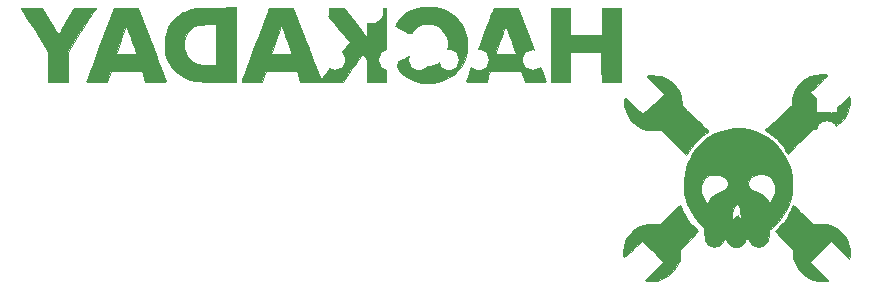
<source format=gbo>
G04 #@! TF.GenerationSoftware,KiCad,Pcbnew,5.1.6-c6e7f7d~87~ubuntu20.04.1*
G04 #@! TF.CreationDate,2020-07-30T22:17:07+05:30*
G04 #@! TF.ProjectId,tiny_blinky,74696e79-5f62-46c6-996e-6b792e6b6963,rev1*
G04 #@! TF.SameCoordinates,Original*
G04 #@! TF.FileFunction,Legend,Bot*
G04 #@! TF.FilePolarity,Positive*
%FSLAX46Y46*%
G04 Gerber Fmt 4.6, Leading zero omitted, Abs format (unit mm)*
G04 Created by KiCad (PCBNEW 5.1.6-c6e7f7d~87~ubuntu20.04.1) date 2020-07-30 22:17:07*
%MOMM*%
%LPD*%
G01*
G04 APERTURE LIST*
%ADD10C,0.010000*%
%ADD11C,2.100000*%
%ADD12R,1.700000X1.700000*%
%ADD13C,1.700000*%
%ADD14C,6.500000*%
%ADD15C,0.900000*%
%ADD16R,1.800000X1.800000*%
%ADD17O,1.800000X1.800000*%
%ADD18O,1.700000X1.700000*%
G04 APERTURE END LIST*
D10*
G36*
X44852980Y-41374793D02*
G01*
X44671513Y-41679688D01*
X44505887Y-41952192D01*
X44363222Y-42181056D01*
X44250638Y-42355030D01*
X44175253Y-42462865D01*
X44144735Y-42493912D01*
X44110556Y-42445624D01*
X44032985Y-42321237D01*
X43919216Y-42132762D01*
X43776441Y-41892213D01*
X43611852Y-41611601D01*
X43461425Y-41352718D01*
X42813832Y-40233600D01*
X41904716Y-40233600D01*
X41613505Y-40234853D01*
X41360948Y-40238335D01*
X41163122Y-40243627D01*
X41036102Y-40250308D01*
X40995600Y-40257286D01*
X41021879Y-40303837D01*
X41097010Y-40427288D01*
X41215436Y-40618737D01*
X41371598Y-40869284D01*
X41559940Y-41170025D01*
X41774903Y-41512059D01*
X42010930Y-41886483D01*
X42164000Y-42128764D01*
X43332400Y-43976556D01*
X43332400Y-46532800D01*
X44958000Y-46532800D01*
X44958218Y-45275500D01*
X44958435Y-44018200D01*
X46038532Y-42316400D01*
X46280826Y-41934513D01*
X46510133Y-41572850D01*
X46719792Y-41241935D01*
X46903143Y-40952290D01*
X47053525Y-40714439D01*
X47164276Y-40538907D01*
X47228736Y-40436217D01*
X47236258Y-40424100D01*
X47353887Y-40233600D01*
X45525507Y-40233600D01*
X44852980Y-41374793D01*
G37*
X44852980Y-41374793D02*
X44671513Y-41679688D01*
X44505887Y-41952192D01*
X44363222Y-42181056D01*
X44250638Y-42355030D01*
X44175253Y-42462865D01*
X44144735Y-42493912D01*
X44110556Y-42445624D01*
X44032985Y-42321237D01*
X43919216Y-42132762D01*
X43776441Y-41892213D01*
X43611852Y-41611601D01*
X43461425Y-41352718D01*
X42813832Y-40233600D01*
X41904716Y-40233600D01*
X41613505Y-40234853D01*
X41360948Y-40238335D01*
X41163122Y-40243627D01*
X41036102Y-40250308D01*
X40995600Y-40257286D01*
X41021879Y-40303837D01*
X41097010Y-40427288D01*
X41215436Y-40618737D01*
X41371598Y-40869284D01*
X41559940Y-41170025D01*
X41774903Y-41512059D01*
X42010930Y-41886483D01*
X42164000Y-42128764D01*
X43332400Y-43976556D01*
X43332400Y-46532800D01*
X44958000Y-46532800D01*
X44958218Y-45275500D01*
X44958435Y-44018200D01*
X46038532Y-42316400D01*
X46280826Y-41934513D01*
X46510133Y-41572850D01*
X46719792Y-41241935D01*
X46903143Y-40952290D01*
X47053525Y-40714439D01*
X47164276Y-40538907D01*
X47228736Y-40436217D01*
X47236258Y-40424100D01*
X47353887Y-40233600D01*
X45525507Y-40233600D01*
X44852980Y-41374793D01*
G36*
X47727311Y-43319700D02*
G01*
X47526168Y-43853893D01*
X47335401Y-44360709D01*
X47158062Y-44832032D01*
X46997201Y-45259743D01*
X46855870Y-45635726D01*
X46737119Y-45951864D01*
X46643998Y-46200039D01*
X46579560Y-46372135D01*
X46546854Y-46460034D01*
X46543505Y-46469300D01*
X46557826Y-46493237D01*
X46626587Y-46510742D01*
X46760540Y-46522605D01*
X46970435Y-46529619D01*
X47267022Y-46532575D01*
X47405668Y-46532800D01*
X48289405Y-46532800D01*
X48596765Y-45593000D01*
X51225236Y-45593000D01*
X51532596Y-46532800D01*
X52416333Y-46532800D01*
X52748743Y-46531193D01*
X52990352Y-46525846D01*
X53151916Y-46515964D01*
X53244191Y-46500754D01*
X53277934Y-46479424D01*
X53277559Y-46469300D01*
X53256230Y-46411876D01*
X53202229Y-46267460D01*
X53118603Y-46044173D01*
X53008396Y-45750138D01*
X52874655Y-45393477D01*
X52720426Y-44982312D01*
X52548754Y-44524766D01*
X52425374Y-44196000D01*
X50797486Y-44196000D01*
X49026388Y-44196000D01*
X49193874Y-43726100D01*
X49272021Y-43505391D01*
X49372183Y-43220371D01*
X49483245Y-42902774D01*
X49594095Y-42584335D01*
X49631446Y-42476649D01*
X49734721Y-42188666D01*
X49821215Y-41967885D01*
X49887180Y-41822980D01*
X49928868Y-41762626D01*
X49938757Y-41765449D01*
X49965633Y-41832057D01*
X50019807Y-41979798D01*
X50095927Y-42193592D01*
X50188644Y-42458360D01*
X50292608Y-42759021D01*
X50332462Y-42875200D01*
X50440760Y-43190720D01*
X50540974Y-43481093D01*
X50627395Y-43729904D01*
X50694314Y-43920735D01*
X50736022Y-44037169D01*
X50743215Y-44056300D01*
X50797486Y-44196000D01*
X52425374Y-44196000D01*
X52362685Y-44028959D01*
X52165266Y-43503016D01*
X52096446Y-43319700D01*
X50937845Y-40233600D01*
X48889544Y-40233600D01*
X47727311Y-43319700D01*
G37*
X47727311Y-43319700D02*
X47526168Y-43853893D01*
X47335401Y-44360709D01*
X47158062Y-44832032D01*
X46997201Y-45259743D01*
X46855870Y-45635726D01*
X46737119Y-45951864D01*
X46643998Y-46200039D01*
X46579560Y-46372135D01*
X46546854Y-46460034D01*
X46543505Y-46469300D01*
X46557826Y-46493237D01*
X46626587Y-46510742D01*
X46760540Y-46522605D01*
X46970435Y-46529619D01*
X47267022Y-46532575D01*
X47405668Y-46532800D01*
X48289405Y-46532800D01*
X48596765Y-45593000D01*
X51225236Y-45593000D01*
X51532596Y-46532800D01*
X52416333Y-46532800D01*
X52748743Y-46531193D01*
X52990352Y-46525846D01*
X53151916Y-46515964D01*
X53244191Y-46500754D01*
X53277934Y-46479424D01*
X53277559Y-46469300D01*
X53256230Y-46411876D01*
X53202229Y-46267460D01*
X53118603Y-46044173D01*
X53008396Y-45750138D01*
X52874655Y-45393477D01*
X52720426Y-44982312D01*
X52548754Y-44524766D01*
X52425374Y-44196000D01*
X50797486Y-44196000D01*
X49026388Y-44196000D01*
X49193874Y-43726100D01*
X49272021Y-43505391D01*
X49372183Y-43220371D01*
X49483245Y-42902774D01*
X49594095Y-42584335D01*
X49631446Y-42476649D01*
X49734721Y-42188666D01*
X49821215Y-41967885D01*
X49887180Y-41822980D01*
X49928868Y-41762626D01*
X49938757Y-41765449D01*
X49965633Y-41832057D01*
X50019807Y-41979798D01*
X50095927Y-42193592D01*
X50188644Y-42458360D01*
X50292608Y-42759021D01*
X50332462Y-42875200D01*
X50440760Y-43190720D01*
X50540974Y-43481093D01*
X50627395Y-43729904D01*
X50694314Y-43920735D01*
X50736022Y-44037169D01*
X50743215Y-44056300D01*
X50797486Y-44196000D01*
X52425374Y-44196000D01*
X52362685Y-44028959D01*
X52165266Y-43503016D01*
X52096446Y-43319700D01*
X50937845Y-40233600D01*
X48889544Y-40233600D01*
X47727311Y-43319700D01*
G36*
X57492900Y-40246145D02*
G01*
X56991455Y-40252965D01*
X56578195Y-40261155D01*
X56239708Y-40272687D01*
X55962581Y-40289533D01*
X55733401Y-40313667D01*
X55538756Y-40347062D01*
X55365233Y-40391689D01*
X55199420Y-40449522D01*
X55027903Y-40522533D01*
X54837270Y-40612696D01*
X54766751Y-40647103D01*
X54326710Y-40912794D01*
X53945667Y-41245349D01*
X53637927Y-41630688D01*
X53477851Y-41915646D01*
X53340178Y-42234285D01*
X53247615Y-42525839D01*
X53193091Y-42824906D01*
X53169536Y-43166084D01*
X53167546Y-43434000D01*
X53174593Y-43726319D01*
X53192968Y-43953270D01*
X53227709Y-44150887D01*
X53283858Y-44355206D01*
X53306091Y-44424600D01*
X53518897Y-44928304D01*
X53805334Y-45362477D01*
X54167999Y-45730107D01*
X54609492Y-46034183D01*
X54787800Y-46128457D01*
X54982288Y-46222504D01*
X55154776Y-46299173D01*
X55318577Y-46360394D01*
X55487004Y-46408094D01*
X55673368Y-46444201D01*
X55890981Y-46470644D01*
X56153156Y-46489350D01*
X56473203Y-46502248D01*
X56864435Y-46511266D01*
X57340165Y-46518331D01*
X57492900Y-46520254D01*
X59182000Y-46541116D01*
X59182000Y-45121473D01*
X57556400Y-45121473D01*
X56807100Y-45100549D01*
X56499046Y-45089976D01*
X56270750Y-45076115D01*
X56100374Y-45055993D01*
X55966077Y-45026640D01*
X55846018Y-44985083D01*
X55792941Y-44962548D01*
X55540631Y-44810256D01*
X55294127Y-44590793D01*
X55084239Y-44335468D01*
X54957772Y-44113935D01*
X54900851Y-43940721D01*
X54853315Y-43717062D01*
X54827508Y-43512285D01*
X54838562Y-43081273D01*
X54935858Y-42688300D01*
X55114236Y-42343165D01*
X55368533Y-42055666D01*
X55693589Y-41835605D01*
X55716707Y-41824034D01*
X55835149Y-41768829D01*
X55943171Y-41729421D01*
X56062114Y-41702591D01*
X56213315Y-41685119D01*
X56418115Y-41673786D01*
X56697853Y-41665371D01*
X56781700Y-41663353D01*
X57556400Y-41645143D01*
X57556400Y-45121473D01*
X59182000Y-45121473D01*
X59182000Y-40225283D01*
X57492900Y-40246145D01*
G37*
X57492900Y-40246145D02*
X56991455Y-40252965D01*
X56578195Y-40261155D01*
X56239708Y-40272687D01*
X55962581Y-40289533D01*
X55733401Y-40313667D01*
X55538756Y-40347062D01*
X55365233Y-40391689D01*
X55199420Y-40449522D01*
X55027903Y-40522533D01*
X54837270Y-40612696D01*
X54766751Y-40647103D01*
X54326710Y-40912794D01*
X53945667Y-41245349D01*
X53637927Y-41630688D01*
X53477851Y-41915646D01*
X53340178Y-42234285D01*
X53247615Y-42525839D01*
X53193091Y-42824906D01*
X53169536Y-43166084D01*
X53167546Y-43434000D01*
X53174593Y-43726319D01*
X53192968Y-43953270D01*
X53227709Y-44150887D01*
X53283858Y-44355206D01*
X53306091Y-44424600D01*
X53518897Y-44928304D01*
X53805334Y-45362477D01*
X54167999Y-45730107D01*
X54609492Y-46034183D01*
X54787800Y-46128457D01*
X54982288Y-46222504D01*
X55154776Y-46299173D01*
X55318577Y-46360394D01*
X55487004Y-46408094D01*
X55673368Y-46444201D01*
X55890981Y-46470644D01*
X56153156Y-46489350D01*
X56473203Y-46502248D01*
X56864435Y-46511266D01*
X57340165Y-46518331D01*
X57492900Y-46520254D01*
X59182000Y-46541116D01*
X59182000Y-45121473D01*
X57556400Y-45121473D01*
X56807100Y-45100549D01*
X56499046Y-45089976D01*
X56270750Y-45076115D01*
X56100374Y-45055993D01*
X55966077Y-45026640D01*
X55846018Y-44985083D01*
X55792941Y-44962548D01*
X55540631Y-44810256D01*
X55294127Y-44590793D01*
X55084239Y-44335468D01*
X54957772Y-44113935D01*
X54900851Y-43940721D01*
X54853315Y-43717062D01*
X54827508Y-43512285D01*
X54838562Y-43081273D01*
X54935858Y-42688300D01*
X55114236Y-42343165D01*
X55368533Y-42055666D01*
X55693589Y-41835605D01*
X55716707Y-41824034D01*
X55835149Y-41768829D01*
X55943171Y-41729421D01*
X56062114Y-41702591D01*
X56213315Y-41685119D01*
X56418115Y-41673786D01*
X56697853Y-41665371D01*
X56781700Y-41663353D01*
X57556400Y-41645143D01*
X57556400Y-45121473D01*
X59182000Y-45121473D01*
X59182000Y-40225283D01*
X57492900Y-40246145D01*
G36*
X70307200Y-42791134D02*
G01*
X69354700Y-41514477D01*
X68402200Y-40237819D01*
X67390045Y-40235709D01*
X66377890Y-40233600D01*
X66480395Y-40347900D01*
X66536338Y-40413216D01*
X66648752Y-40546906D01*
X66809364Y-40739045D01*
X67009901Y-40979707D01*
X67242090Y-41258966D01*
X67497657Y-41566898D01*
X67707605Y-41820237D01*
X68832309Y-43178274D01*
X67626655Y-44751457D01*
X67359648Y-45099085D01*
X67111879Y-45420182D01*
X66890129Y-45706068D01*
X66701181Y-45948068D01*
X66551817Y-46137502D01*
X66448818Y-46265694D01*
X66398968Y-46323965D01*
X66395600Y-46326592D01*
X66373841Y-46280670D01*
X66319611Y-46147517D01*
X66235965Y-45935089D01*
X66125955Y-45651342D01*
X65992632Y-45304232D01*
X65839051Y-44901717D01*
X65668263Y-44451753D01*
X65558155Y-44160346D01*
X63906400Y-44160346D01*
X63858345Y-44172019D01*
X63725148Y-44182089D01*
X63523262Y-44189879D01*
X63269143Y-44194714D01*
X63038567Y-44196000D01*
X62755945Y-44193705D01*
X62513805Y-44187346D01*
X62328173Y-44177704D01*
X62215079Y-44165564D01*
X62187667Y-44154397D01*
X62208302Y-44096595D01*
X62257237Y-43956407D01*
X62329729Y-43747522D01*
X62421031Y-43483629D01*
X62526400Y-43178417D01*
X62605855Y-42947897D01*
X62718951Y-42621942D01*
X62822523Y-42327938D01*
X62911629Y-42079559D01*
X62981322Y-41890479D01*
X63026659Y-41774370D01*
X63041229Y-41743866D01*
X63063696Y-41781384D01*
X63113482Y-41899725D01*
X63185095Y-42083554D01*
X63273045Y-42317537D01*
X63371843Y-42586339D01*
X63475997Y-42874625D01*
X63580018Y-43167061D01*
X63678416Y-43448312D01*
X63765700Y-43703044D01*
X63836380Y-43915923D01*
X63884966Y-44071613D01*
X63905967Y-44154780D01*
X63906400Y-44160346D01*
X65558155Y-44160346D01*
X65483321Y-43962295D01*
X65287277Y-43441300D01*
X65227200Y-43281227D01*
X64084200Y-40233912D01*
X62034100Y-40233600D01*
X61934141Y-40500300D01*
X61898201Y-40595804D01*
X61829855Y-40777052D01*
X61732612Y-41034744D01*
X61609982Y-41359584D01*
X61465477Y-41742276D01*
X61302608Y-42173521D01*
X61124884Y-42644024D01*
X60935815Y-43144486D01*
X60762091Y-43604274D01*
X60569265Y-44115349D01*
X60387572Y-44598400D01*
X60220137Y-45045016D01*
X60070087Y-45446787D01*
X59940547Y-45795304D01*
X59834646Y-46082156D01*
X59755507Y-46298933D01*
X59706258Y-46437226D01*
X59690000Y-46488373D01*
X59738561Y-46504064D01*
X59875428Y-46515468D01*
X60087377Y-46522086D01*
X60361184Y-46523418D01*
X60560647Y-46521299D01*
X61431293Y-46507400D01*
X61589347Y-46050200D01*
X61747400Y-45593000D01*
X63051029Y-45579451D01*
X64354657Y-45565902D01*
X64676779Y-46532800D01*
X68253927Y-46532800D01*
X69064664Y-45364877D01*
X69275879Y-45062628D01*
X69468886Y-44790296D01*
X69636044Y-44558352D01*
X69769716Y-44377267D01*
X69862259Y-44257511D01*
X69906037Y-44209556D01*
X69907863Y-44209177D01*
X69955708Y-44252062D01*
X70045125Y-44349899D01*
X70123763Y-44442106D01*
X70307200Y-44662812D01*
X70307200Y-46532800D01*
X71932800Y-46532800D01*
X71932800Y-40233600D01*
X70307200Y-40233600D01*
X70307200Y-42791134D01*
G37*
X70307200Y-42791134D02*
X69354700Y-41514477D01*
X68402200Y-40237819D01*
X67390045Y-40235709D01*
X66377890Y-40233600D01*
X66480395Y-40347900D01*
X66536338Y-40413216D01*
X66648752Y-40546906D01*
X66809364Y-40739045D01*
X67009901Y-40979707D01*
X67242090Y-41258966D01*
X67497657Y-41566898D01*
X67707605Y-41820237D01*
X68832309Y-43178274D01*
X67626655Y-44751457D01*
X67359648Y-45099085D01*
X67111879Y-45420182D01*
X66890129Y-45706068D01*
X66701181Y-45948068D01*
X66551817Y-46137502D01*
X66448818Y-46265694D01*
X66398968Y-46323965D01*
X66395600Y-46326592D01*
X66373841Y-46280670D01*
X66319611Y-46147517D01*
X66235965Y-45935089D01*
X66125955Y-45651342D01*
X65992632Y-45304232D01*
X65839051Y-44901717D01*
X65668263Y-44451753D01*
X65558155Y-44160346D01*
X63906400Y-44160346D01*
X63858345Y-44172019D01*
X63725148Y-44182089D01*
X63523262Y-44189879D01*
X63269143Y-44194714D01*
X63038567Y-44196000D01*
X62755945Y-44193705D01*
X62513805Y-44187346D01*
X62328173Y-44177704D01*
X62215079Y-44165564D01*
X62187667Y-44154397D01*
X62208302Y-44096595D01*
X62257237Y-43956407D01*
X62329729Y-43747522D01*
X62421031Y-43483629D01*
X62526400Y-43178417D01*
X62605855Y-42947897D01*
X62718951Y-42621942D01*
X62822523Y-42327938D01*
X62911629Y-42079559D01*
X62981322Y-41890479D01*
X63026659Y-41774370D01*
X63041229Y-41743866D01*
X63063696Y-41781384D01*
X63113482Y-41899725D01*
X63185095Y-42083554D01*
X63273045Y-42317537D01*
X63371843Y-42586339D01*
X63475997Y-42874625D01*
X63580018Y-43167061D01*
X63678416Y-43448312D01*
X63765700Y-43703044D01*
X63836380Y-43915923D01*
X63884966Y-44071613D01*
X63905967Y-44154780D01*
X63906400Y-44160346D01*
X65558155Y-44160346D01*
X65483321Y-43962295D01*
X65287277Y-43441300D01*
X65227200Y-43281227D01*
X64084200Y-40233912D01*
X62034100Y-40233600D01*
X61934141Y-40500300D01*
X61898201Y-40595804D01*
X61829855Y-40777052D01*
X61732612Y-41034744D01*
X61609982Y-41359584D01*
X61465477Y-41742276D01*
X61302608Y-42173521D01*
X61124884Y-42644024D01*
X60935815Y-43144486D01*
X60762091Y-43604274D01*
X60569265Y-44115349D01*
X60387572Y-44598400D01*
X60220137Y-45045016D01*
X60070087Y-45446787D01*
X59940547Y-45795304D01*
X59834646Y-46082156D01*
X59755507Y-46298933D01*
X59706258Y-46437226D01*
X59690000Y-46488373D01*
X59738561Y-46504064D01*
X59875428Y-46515468D01*
X60087377Y-46522086D01*
X60361184Y-46523418D01*
X60560647Y-46521299D01*
X61431293Y-46507400D01*
X61589347Y-46050200D01*
X61747400Y-45593000D01*
X63051029Y-45579451D01*
X64354657Y-45565902D01*
X64676779Y-46532800D01*
X68253927Y-46532800D01*
X69064664Y-45364877D01*
X69275879Y-45062628D01*
X69468886Y-44790296D01*
X69636044Y-44558352D01*
X69769716Y-44377267D01*
X69862259Y-44257511D01*
X69906037Y-44209556D01*
X69907863Y-44209177D01*
X69955708Y-44252062D01*
X70045125Y-44349899D01*
X70123763Y-44442106D01*
X70307200Y-44662812D01*
X70307200Y-46532800D01*
X71932800Y-46532800D01*
X71932800Y-40233600D01*
X70307200Y-40233600D01*
X70307200Y-42791134D01*
G36*
X80933341Y-40500300D02*
G01*
X80897401Y-40595804D01*
X80829055Y-40777052D01*
X80731812Y-41034744D01*
X80609182Y-41359584D01*
X80464677Y-41742276D01*
X80301808Y-42173521D01*
X80124084Y-42644024D01*
X79935015Y-43144486D01*
X79761291Y-43604274D01*
X79568465Y-44115349D01*
X79386772Y-44598400D01*
X79219337Y-45045016D01*
X79069287Y-45446787D01*
X78939747Y-45795304D01*
X78833846Y-46082156D01*
X78754707Y-46298933D01*
X78705458Y-46437226D01*
X78689200Y-46488373D01*
X78737761Y-46504064D01*
X78874628Y-46515468D01*
X79086577Y-46522086D01*
X79360384Y-46523418D01*
X79559847Y-46521299D01*
X80430493Y-46507400D01*
X80588547Y-46050200D01*
X80746600Y-45593000D01*
X82050229Y-45579451D01*
X83353857Y-45565902D01*
X83675979Y-46532800D01*
X84565023Y-46532800D01*
X84851326Y-46530413D01*
X85097376Y-46523791D01*
X85287326Y-46513738D01*
X85405331Y-46501059D01*
X85437134Y-46488501D01*
X85416767Y-46434496D01*
X85363643Y-46293428D01*
X85280781Y-46073322D01*
X85171204Y-45782206D01*
X85037932Y-45428108D01*
X84883987Y-45019054D01*
X84712390Y-44563072D01*
X84560841Y-44160346D01*
X82905600Y-44160346D01*
X82857545Y-44172019D01*
X82724348Y-44182089D01*
X82522462Y-44189879D01*
X82268343Y-44194714D01*
X82037767Y-44196000D01*
X81755145Y-44193705D01*
X81513005Y-44187346D01*
X81327373Y-44177704D01*
X81214279Y-44165564D01*
X81186867Y-44154397D01*
X81207502Y-44096595D01*
X81256437Y-43956407D01*
X81328929Y-43747522D01*
X81420231Y-43483629D01*
X81525600Y-43178417D01*
X81605055Y-42947897D01*
X81718151Y-42621942D01*
X81821723Y-42327938D01*
X81910829Y-42079559D01*
X81980522Y-41890479D01*
X82025859Y-41774370D01*
X82040429Y-41743866D01*
X82062896Y-41781384D01*
X82112682Y-41899725D01*
X82184295Y-42083554D01*
X82272245Y-42317537D01*
X82371043Y-42586339D01*
X82475197Y-42874625D01*
X82579218Y-43167061D01*
X82677616Y-43448312D01*
X82764900Y-43703044D01*
X82835580Y-43915923D01*
X82884166Y-44071613D01*
X82905167Y-44154780D01*
X82905600Y-44160346D01*
X84560841Y-44160346D01*
X84526161Y-44068190D01*
X84328323Y-43542434D01*
X84251800Y-43339069D01*
X83083400Y-40233936D01*
X81033300Y-40233600D01*
X80933341Y-40500300D01*
G37*
X80933341Y-40500300D02*
X80897401Y-40595804D01*
X80829055Y-40777052D01*
X80731812Y-41034744D01*
X80609182Y-41359584D01*
X80464677Y-41742276D01*
X80301808Y-42173521D01*
X80124084Y-42644024D01*
X79935015Y-43144486D01*
X79761291Y-43604274D01*
X79568465Y-44115349D01*
X79386772Y-44598400D01*
X79219337Y-45045016D01*
X79069287Y-45446787D01*
X78939747Y-45795304D01*
X78833846Y-46082156D01*
X78754707Y-46298933D01*
X78705458Y-46437226D01*
X78689200Y-46488373D01*
X78737761Y-46504064D01*
X78874628Y-46515468D01*
X79086577Y-46522086D01*
X79360384Y-46523418D01*
X79559847Y-46521299D01*
X80430493Y-46507400D01*
X80588547Y-46050200D01*
X80746600Y-45593000D01*
X82050229Y-45579451D01*
X83353857Y-45565902D01*
X83675979Y-46532800D01*
X84565023Y-46532800D01*
X84851326Y-46530413D01*
X85097376Y-46523791D01*
X85287326Y-46513738D01*
X85405331Y-46501059D01*
X85437134Y-46488501D01*
X85416767Y-46434496D01*
X85363643Y-46293428D01*
X85280781Y-46073322D01*
X85171204Y-45782206D01*
X85037932Y-45428108D01*
X84883987Y-45019054D01*
X84712390Y-44563072D01*
X84560841Y-44160346D01*
X82905600Y-44160346D01*
X82857545Y-44172019D01*
X82724348Y-44182089D01*
X82522462Y-44189879D01*
X82268343Y-44194714D01*
X82037767Y-44196000D01*
X81755145Y-44193705D01*
X81513005Y-44187346D01*
X81327373Y-44177704D01*
X81214279Y-44165564D01*
X81186867Y-44154397D01*
X81207502Y-44096595D01*
X81256437Y-43956407D01*
X81328929Y-43747522D01*
X81420231Y-43483629D01*
X81525600Y-43178417D01*
X81605055Y-42947897D01*
X81718151Y-42621942D01*
X81821723Y-42327938D01*
X81910829Y-42079559D01*
X81980522Y-41890479D01*
X82025859Y-41774370D01*
X82040429Y-41743866D01*
X82062896Y-41781384D01*
X82112682Y-41899725D01*
X82184295Y-42083554D01*
X82272245Y-42317537D01*
X82371043Y-42586339D01*
X82475197Y-42874625D01*
X82579218Y-43167061D01*
X82677616Y-43448312D01*
X82764900Y-43703044D01*
X82835580Y-43915923D01*
X82884166Y-44071613D01*
X82905167Y-44154780D01*
X82905600Y-44160346D01*
X84560841Y-44160346D01*
X84526161Y-44068190D01*
X84328323Y-43542434D01*
X84251800Y-43339069D01*
X83083400Y-40233936D01*
X81033300Y-40233600D01*
X80933341Y-40500300D01*
G36*
X90170000Y-42570400D02*
G01*
X87528400Y-42570400D01*
X87528400Y-40233600D01*
X85902800Y-40233600D01*
X85902800Y-46532800D01*
X87528400Y-46532800D01*
X87528400Y-43991084D01*
X90144600Y-44018200D01*
X90158188Y-45275500D01*
X90171775Y-46532800D01*
X91795600Y-46532800D01*
X91795600Y-40233600D01*
X90170000Y-40233600D01*
X90170000Y-42570400D01*
G37*
X90170000Y-42570400D02*
X87528400Y-42570400D01*
X87528400Y-40233600D01*
X85902800Y-40233600D01*
X85902800Y-46532800D01*
X87528400Y-46532800D01*
X87528400Y-43991084D01*
X90144600Y-44018200D01*
X90158188Y-45275500D01*
X90171775Y-46532800D01*
X91795600Y-46532800D01*
X91795600Y-40233600D01*
X90170000Y-40233600D01*
X90170000Y-42570400D01*
G36*
X75051745Y-40161752D02*
G01*
X74503216Y-40261757D01*
X74004549Y-40446325D01*
X73560023Y-40713490D01*
X73173913Y-41061287D01*
X72900652Y-41410112D01*
X72799629Y-41569506D01*
X72726203Y-41700822D01*
X72695032Y-41777652D01*
X72694800Y-41780978D01*
X72738414Y-41823621D01*
X72858405Y-41898785D01*
X73038503Y-41997298D01*
X73262434Y-42109986D01*
X73367761Y-42160333D01*
X73630663Y-42282888D01*
X73816987Y-42365470D01*
X73941452Y-42412683D01*
X74018777Y-42429133D01*
X74063683Y-42419424D01*
X74090887Y-42388161D01*
X74091661Y-42386802D01*
X74152117Y-42302264D01*
X74257350Y-42174454D01*
X74360341Y-42057922D01*
X74649808Y-41809764D01*
X74982401Y-41653321D01*
X75360193Y-41587685D01*
X75438000Y-41585398D01*
X75822816Y-41616679D01*
X76153334Y-41723396D01*
X76452260Y-41914706D01*
X76610337Y-42058208D01*
X76867823Y-42378414D01*
X77041538Y-42729273D01*
X77135490Y-43098268D01*
X77153688Y-43472883D01*
X77100142Y-43840601D01*
X76978859Y-44188905D01*
X76793849Y-44505278D01*
X76549119Y-44777205D01*
X76248680Y-44992168D01*
X75896540Y-45137652D01*
X75606320Y-45193084D01*
X75234938Y-45184063D01*
X74878916Y-45085775D01*
X74558212Y-44907682D01*
X74292783Y-44659247D01*
X74194617Y-44523752D01*
X74112893Y-44397278D01*
X74056440Y-44315200D01*
X74041327Y-44297600D01*
X73994411Y-44318285D01*
X73871950Y-44375298D01*
X73690028Y-44461071D01*
X73464728Y-44568039D01*
X73337795Y-44628559D01*
X72644605Y-44959518D01*
X72834803Y-45268342D01*
X73135497Y-45664290D01*
X73511563Y-46009810D01*
X73943566Y-46291000D01*
X74412071Y-46493964D01*
X74638170Y-46558101D01*
X74911474Y-46601460D01*
X75247566Y-46623264D01*
X75609969Y-46623615D01*
X75962206Y-46602615D01*
X76267800Y-46560366D01*
X76301600Y-46553447D01*
X76801849Y-46396575D01*
X77281234Y-46149469D01*
X77719382Y-45823496D01*
X77878110Y-45673994D01*
X78233565Y-45258967D01*
X78497653Y-44817968D01*
X78675029Y-44339311D01*
X78770351Y-43811308D01*
X78790800Y-43383200D01*
X78751152Y-42804474D01*
X78629972Y-42282099D01*
X78423908Y-41807535D01*
X78129608Y-41372244D01*
X77901800Y-41118788D01*
X77478662Y-40752396D01*
X77019272Y-40475373D01*
X76514727Y-40283890D01*
X75956127Y-40174116D01*
X75645861Y-40148275D01*
X75051745Y-40161752D01*
G37*
X75051745Y-40161752D02*
X74503216Y-40261757D01*
X74004549Y-40446325D01*
X73560023Y-40713490D01*
X73173913Y-41061287D01*
X72900652Y-41410112D01*
X72799629Y-41569506D01*
X72726203Y-41700822D01*
X72695032Y-41777652D01*
X72694800Y-41780978D01*
X72738414Y-41823621D01*
X72858405Y-41898785D01*
X73038503Y-41997298D01*
X73262434Y-42109986D01*
X73367761Y-42160333D01*
X73630663Y-42282888D01*
X73816987Y-42365470D01*
X73941452Y-42412683D01*
X74018777Y-42429133D01*
X74063683Y-42419424D01*
X74090887Y-42388161D01*
X74091661Y-42386802D01*
X74152117Y-42302264D01*
X74257350Y-42174454D01*
X74360341Y-42057922D01*
X74649808Y-41809764D01*
X74982401Y-41653321D01*
X75360193Y-41587685D01*
X75438000Y-41585398D01*
X75822816Y-41616679D01*
X76153334Y-41723396D01*
X76452260Y-41914706D01*
X76610337Y-42058208D01*
X76867823Y-42378414D01*
X77041538Y-42729273D01*
X77135490Y-43098268D01*
X77153688Y-43472883D01*
X77100142Y-43840601D01*
X76978859Y-44188905D01*
X76793849Y-44505278D01*
X76549119Y-44777205D01*
X76248680Y-44992168D01*
X75896540Y-45137652D01*
X75606320Y-45193084D01*
X75234938Y-45184063D01*
X74878916Y-45085775D01*
X74558212Y-44907682D01*
X74292783Y-44659247D01*
X74194617Y-44523752D01*
X74112893Y-44397278D01*
X74056440Y-44315200D01*
X74041327Y-44297600D01*
X73994411Y-44318285D01*
X73871950Y-44375298D01*
X73690028Y-44461071D01*
X73464728Y-44568039D01*
X73337795Y-44628559D01*
X72644605Y-44959518D01*
X72834803Y-45268342D01*
X73135497Y-45664290D01*
X73511563Y-46009810D01*
X73943566Y-46291000D01*
X74412071Y-46493964D01*
X74638170Y-46558101D01*
X74911474Y-46601460D01*
X75247566Y-46623264D01*
X75609969Y-46623615D01*
X75962206Y-46602615D01*
X76267800Y-46560366D01*
X76301600Y-46553447D01*
X76801849Y-46396575D01*
X77281234Y-46149469D01*
X77719382Y-45823496D01*
X77878110Y-45673994D01*
X78233565Y-45258967D01*
X78497653Y-44817968D01*
X78675029Y-44339311D01*
X78770351Y-43811308D01*
X78790800Y-43383200D01*
X78751152Y-42804474D01*
X78629972Y-42282099D01*
X78423908Y-41807535D01*
X78129608Y-41372244D01*
X77901800Y-41118788D01*
X77478662Y-40752396D01*
X77019272Y-40475373D01*
X76514727Y-40283890D01*
X75956127Y-40174116D01*
X75645861Y-40148275D01*
X75051745Y-40161752D01*
G36*
X108290973Y-45918554D02*
G01*
X107825328Y-46051864D01*
X107400608Y-46269071D01*
X107028178Y-46563350D01*
X106719405Y-46927874D01*
X106547645Y-47220341D01*
X106445074Y-47465556D01*
X106363833Y-47732929D01*
X106310466Y-47992435D01*
X106291516Y-48214049D01*
X106304042Y-48338202D01*
X106299011Y-48381791D01*
X106261446Y-48446821D01*
X106184241Y-48540690D01*
X106060294Y-48670797D01*
X105882499Y-48844541D01*
X105643753Y-49069319D01*
X105336952Y-49352530D01*
X105279284Y-49405401D01*
X104999826Y-49661027D01*
X104739430Y-49898483D01*
X104509078Y-50107811D01*
X104319752Y-50279054D01*
X104182436Y-50402255D01*
X104108111Y-50467455D01*
X104105298Y-50469800D01*
X103982272Y-50571400D01*
X104370984Y-50849274D01*
X104678451Y-51091874D01*
X104984682Y-51374351D01*
X105269243Y-51674822D01*
X105511702Y-51971407D01*
X105691626Y-52242226D01*
X105719113Y-52292927D01*
X105805806Y-52454458D01*
X105875695Y-52573445D01*
X105915498Y-52627488D01*
X105918150Y-52628612D01*
X105959133Y-52594123D01*
X106062696Y-52496464D01*
X106219768Y-52344493D01*
X106421273Y-52147070D01*
X106658138Y-51913051D01*
X106921289Y-51651296D01*
X107010350Y-51562340D01*
X108077000Y-50495881D01*
X108407200Y-50534324D01*
X108909897Y-50552204D01*
X109374233Y-50481573D01*
X109810986Y-50322321D01*
X110218419Y-50075529D01*
X110569525Y-49755122D01*
X110852779Y-49375935D01*
X111056656Y-48952803D01*
X111154919Y-48592316D01*
X111174506Y-48427447D01*
X111181620Y-48237342D01*
X111177463Y-48048501D01*
X111163238Y-47887422D01*
X111140145Y-47780603D01*
X111116814Y-47752000D01*
X111073857Y-47785543D01*
X110969224Y-47879145D01*
X110814303Y-48022264D01*
X110620478Y-48204358D01*
X110399138Y-48414885D01*
X110350483Y-48461476D01*
X109610428Y-49170952D01*
X108869114Y-48466054D01*
X108630554Y-48238460D01*
X108406452Y-48023269D01*
X108211366Y-47834567D01*
X108059852Y-47686440D01*
X107966468Y-47592972D01*
X107962122Y-47588463D01*
X107796443Y-47415768D01*
X108565122Y-46684989D01*
X108835377Y-46427451D01*
X109034795Y-46231805D01*
X109165722Y-46089464D01*
X109230505Y-45991843D01*
X109231488Y-45930357D01*
X109171019Y-45896421D01*
X109051442Y-45881449D01*
X108875104Y-45876855D01*
X108786174Y-45875970D01*
X108290973Y-45918554D01*
G37*
X108290973Y-45918554D02*
X107825328Y-46051864D01*
X107400608Y-46269071D01*
X107028178Y-46563350D01*
X106719405Y-46927874D01*
X106547645Y-47220341D01*
X106445074Y-47465556D01*
X106363833Y-47732929D01*
X106310466Y-47992435D01*
X106291516Y-48214049D01*
X106304042Y-48338202D01*
X106299011Y-48381791D01*
X106261446Y-48446821D01*
X106184241Y-48540690D01*
X106060294Y-48670797D01*
X105882499Y-48844541D01*
X105643753Y-49069319D01*
X105336952Y-49352530D01*
X105279284Y-49405401D01*
X104999826Y-49661027D01*
X104739430Y-49898483D01*
X104509078Y-50107811D01*
X104319752Y-50279054D01*
X104182436Y-50402255D01*
X104108111Y-50467455D01*
X104105298Y-50469800D01*
X103982272Y-50571400D01*
X104370984Y-50849274D01*
X104678451Y-51091874D01*
X104984682Y-51374351D01*
X105269243Y-51674822D01*
X105511702Y-51971407D01*
X105691626Y-52242226D01*
X105719113Y-52292927D01*
X105805806Y-52454458D01*
X105875695Y-52573445D01*
X105915498Y-52627488D01*
X105918150Y-52628612D01*
X105959133Y-52594123D01*
X106062696Y-52496464D01*
X106219768Y-52344493D01*
X106421273Y-52147070D01*
X106658138Y-51913051D01*
X106921289Y-51651296D01*
X107010350Y-51562340D01*
X108077000Y-50495881D01*
X108407200Y-50534324D01*
X108909897Y-50552204D01*
X109374233Y-50481573D01*
X109810986Y-50322321D01*
X110218419Y-50075529D01*
X110569525Y-49755122D01*
X110852779Y-49375935D01*
X111056656Y-48952803D01*
X111154919Y-48592316D01*
X111174506Y-48427447D01*
X111181620Y-48237342D01*
X111177463Y-48048501D01*
X111163238Y-47887422D01*
X111140145Y-47780603D01*
X111116814Y-47752000D01*
X111073857Y-47785543D01*
X110969224Y-47879145D01*
X110814303Y-48022264D01*
X110620478Y-48204358D01*
X110399138Y-48414885D01*
X110350483Y-48461476D01*
X109610428Y-49170952D01*
X108869114Y-48466054D01*
X108630554Y-48238460D01*
X108406452Y-48023269D01*
X108211366Y-47834567D01*
X108059852Y-47686440D01*
X107966468Y-47592972D01*
X107962122Y-47588463D01*
X107796443Y-47415768D01*
X108565122Y-46684989D01*
X108835377Y-46427451D01*
X109034795Y-46231805D01*
X109165722Y-46089464D01*
X109230505Y-45991843D01*
X109231488Y-45930357D01*
X109171019Y-45896421D01*
X109051442Y-45881449D01*
X108875104Y-45876855D01*
X108786174Y-45875970D01*
X108290973Y-45918554D01*
G36*
X94127653Y-45982838D02*
G01*
X94006123Y-46006152D01*
X93994218Y-46033919D01*
X94028450Y-46096509D01*
X94114912Y-46200771D01*
X94259699Y-46353557D01*
X94468906Y-46561719D01*
X94695676Y-46781302D01*
X95469016Y-47524299D01*
X94593147Y-48362049D01*
X94345513Y-48597806D01*
X94121160Y-48809309D01*
X93930811Y-48986618D01*
X93785190Y-49119793D01*
X93695019Y-49198893D01*
X93671199Y-49216613D01*
X93621809Y-49188447D01*
X93511472Y-49100041D01*
X93352207Y-48961851D01*
X93156036Y-48784335D01*
X92934980Y-48577951D01*
X92912059Y-48556213D01*
X92688783Y-48345480D01*
X92489521Y-48159904D01*
X92326345Y-48010528D01*
X92211327Y-47908391D01*
X92156540Y-47864536D01*
X92155010Y-47863837D01*
X92125935Y-47900087D01*
X92100641Y-48009365D01*
X92091049Y-48092437D01*
X92102282Y-48553016D01*
X92205870Y-49001791D01*
X92393268Y-49423064D01*
X92655932Y-49801140D01*
X92985316Y-50120321D01*
X93311043Y-50333424D01*
X93658392Y-50495604D01*
X93983925Y-50593812D01*
X94326415Y-50636291D01*
X94714838Y-50631855D01*
X95224600Y-50602542D01*
X97358200Y-52729152D01*
X97530781Y-52395839D01*
X97717907Y-52098300D01*
X97978323Y-51775685D01*
X98293621Y-51446666D01*
X98645390Y-51129912D01*
X99015222Y-50844093D01*
X99155063Y-50748530D01*
X99186233Y-50725180D01*
X99201652Y-50698273D01*
X99194265Y-50660129D01*
X99157017Y-50603069D01*
X99082854Y-50519415D01*
X98964722Y-50401486D01*
X98795565Y-50241603D01*
X98568331Y-50032087D01*
X98275963Y-49765260D01*
X98128396Y-49630930D01*
X97805443Y-49336696D01*
X97549812Y-49102147D01*
X97353602Y-48918679D01*
X97208913Y-48777685D01*
X97107842Y-48670559D01*
X97042488Y-48588694D01*
X97004949Y-48523485D01*
X96987325Y-48466325D01*
X96981712Y-48408608D01*
X96981020Y-48381233D01*
X96924029Y-47882141D01*
X96776351Y-47420766D01*
X96544681Y-47005864D01*
X96235719Y-46646195D01*
X95856162Y-46350515D01*
X95412707Y-46127583D01*
X95202680Y-46055865D01*
X95029195Y-46019427D01*
X94804393Y-45992636D01*
X94558831Y-45976761D01*
X94323065Y-45973072D01*
X94127653Y-45982838D01*
G37*
X94127653Y-45982838D02*
X94006123Y-46006152D01*
X93994218Y-46033919D01*
X94028450Y-46096509D01*
X94114912Y-46200771D01*
X94259699Y-46353557D01*
X94468906Y-46561719D01*
X94695676Y-46781302D01*
X95469016Y-47524299D01*
X94593147Y-48362049D01*
X94345513Y-48597806D01*
X94121160Y-48809309D01*
X93930811Y-48986618D01*
X93785190Y-49119793D01*
X93695019Y-49198893D01*
X93671199Y-49216613D01*
X93621809Y-49188447D01*
X93511472Y-49100041D01*
X93352207Y-48961851D01*
X93156036Y-48784335D01*
X92934980Y-48577951D01*
X92912059Y-48556213D01*
X92688783Y-48345480D01*
X92489521Y-48159904D01*
X92326345Y-48010528D01*
X92211327Y-47908391D01*
X92156540Y-47864536D01*
X92155010Y-47863837D01*
X92125935Y-47900087D01*
X92100641Y-48009365D01*
X92091049Y-48092437D01*
X92102282Y-48553016D01*
X92205870Y-49001791D01*
X92393268Y-49423064D01*
X92655932Y-49801140D01*
X92985316Y-50120321D01*
X93311043Y-50333424D01*
X93658392Y-50495604D01*
X93983925Y-50593812D01*
X94326415Y-50636291D01*
X94714838Y-50631855D01*
X95224600Y-50602542D01*
X97358200Y-52729152D01*
X97530781Y-52395839D01*
X97717907Y-52098300D01*
X97978323Y-51775685D01*
X98293621Y-51446666D01*
X98645390Y-51129912D01*
X99015222Y-50844093D01*
X99155063Y-50748530D01*
X99186233Y-50725180D01*
X99201652Y-50698273D01*
X99194265Y-50660129D01*
X99157017Y-50603069D01*
X99082854Y-50519415D01*
X98964722Y-50401486D01*
X98795565Y-50241603D01*
X98568331Y-50032087D01*
X98275963Y-49765260D01*
X98128396Y-49630930D01*
X97805443Y-49336696D01*
X97549812Y-49102147D01*
X97353602Y-48918679D01*
X97208913Y-48777685D01*
X97107842Y-48670559D01*
X97042488Y-48588694D01*
X97004949Y-48523485D01*
X96987325Y-48466325D01*
X96981712Y-48408608D01*
X96981020Y-48381233D01*
X96924029Y-47882141D01*
X96776351Y-47420766D01*
X96544681Y-47005864D01*
X96235719Y-46646195D01*
X95856162Y-46350515D01*
X95412707Y-46127583D01*
X95202680Y-46055865D01*
X95029195Y-46019427D01*
X94804393Y-45992636D01*
X94558831Y-45976761D01*
X94323065Y-45973072D01*
X94127653Y-45982838D01*
G36*
X101337430Y-50459278D02*
G01*
X101003957Y-50493833D01*
X100361199Y-50647964D01*
X99751001Y-50894258D01*
X99182267Y-51226067D01*
X98663903Y-51636747D01*
X98204813Y-52119650D01*
X97813901Y-52668131D01*
X97618473Y-53020553D01*
X97422196Y-53460344D01*
X97283874Y-53890986D01*
X97195688Y-54344968D01*
X97149817Y-54854781D01*
X97144170Y-54991000D01*
X97136488Y-55314019D01*
X97139562Y-55566942D01*
X97155489Y-55780903D01*
X97186365Y-55987037D01*
X97223440Y-56168148D01*
X97423405Y-56846995D01*
X97711291Y-57475483D01*
X98086189Y-58051939D01*
X98512915Y-58540662D01*
X98873974Y-58902600D01*
X98878087Y-59410600D01*
X98883020Y-59655123D01*
X98896374Y-59825448D01*
X98923052Y-59948913D01*
X98967953Y-60052859D01*
X99004351Y-60115098D01*
X99183698Y-60313261D01*
X99418916Y-60442643D01*
X99684618Y-60495452D01*
X99955420Y-60463898D01*
X100041904Y-60433507D01*
X100218130Y-60320314D01*
X100391106Y-60143240D01*
X100529722Y-59936108D01*
X100562251Y-59867800D01*
X100626832Y-59715400D01*
X100726564Y-59947260D01*
X100883968Y-60210274D01*
X101094656Y-60388099D01*
X101361328Y-60482176D01*
X101686683Y-60493945D01*
X101741226Y-60488643D01*
X101970646Y-60416332D01*
X102156017Y-60268223D01*
X102274167Y-60065138D01*
X102293993Y-59991936D01*
X102334533Y-59882689D01*
X102415661Y-59845463D01*
X102457250Y-59844005D01*
X102556074Y-59868473D01*
X102647249Y-59952555D01*
X102729734Y-60074835D01*
X102919556Y-60297119D01*
X103161743Y-60438281D01*
X103440481Y-60492527D01*
X103739953Y-60454062D01*
X103753701Y-60450047D01*
X103949274Y-60346607D01*
X104122796Y-60175672D01*
X104241181Y-59970743D01*
X104249165Y-59948320D01*
X104282023Y-59799484D01*
X104305807Y-59597593D01*
X104314338Y-59424259D01*
X104318799Y-59082318D01*
X104648500Y-58806861D01*
X105071326Y-58394600D01*
X101956492Y-58394600D01*
X101850213Y-58102500D01*
X101784377Y-57948707D01*
X101720186Y-57842887D01*
X101678437Y-57810400D01*
X101611353Y-57845415D01*
X101503831Y-57936294D01*
X101403270Y-58037864D01*
X101193600Y-58265329D01*
X101194351Y-58025164D01*
X101209433Y-57817902D01*
X101248364Y-57577960D01*
X101303355Y-57339502D01*
X101366617Y-57136687D01*
X101425686Y-57010550D01*
X101529504Y-56920105D01*
X101621056Y-56896000D01*
X101728248Y-56939896D01*
X101812619Y-57073455D01*
X101875079Y-57299482D01*
X101916541Y-57620781D01*
X101931291Y-57851140D01*
X101956492Y-58394600D01*
X105071326Y-58394600D01*
X105109746Y-58357140D01*
X105509411Y-57834652D01*
X105838991Y-57253268D01*
X106089984Y-56626852D01*
X106182237Y-56305551D01*
X106256639Y-55898339D01*
X106272375Y-55710484D01*
X104879773Y-55710484D01*
X104833584Y-55935015D01*
X104784055Y-56068370D01*
X104707172Y-56236864D01*
X104615757Y-56416771D01*
X104522629Y-56584367D01*
X104440609Y-56715925D01*
X104382516Y-56787720D01*
X104369217Y-56794400D01*
X104339426Y-56753017D01*
X104282181Y-56647421D01*
X104243068Y-56568832D01*
X104113859Y-56350108D01*
X103951513Y-56177470D01*
X103734405Y-56033490D01*
X103440911Y-55900739D01*
X103389534Y-55880934D01*
X103052167Y-55733036D01*
X102809048Y-55578035D01*
X102652823Y-55408966D01*
X102577588Y-55222457D01*
X100881986Y-55222457D01*
X100813367Y-55421317D01*
X100716419Y-55558914D01*
X100568386Y-55681675D01*
X100352844Y-55800560D01*
X100060381Y-55923835D01*
X99778672Y-56041541D01*
X99574180Y-56153771D01*
X99425062Y-56277630D01*
X99309477Y-56430223D01*
X99232410Y-56572268D01*
X99093747Y-56855686D01*
X99000244Y-56736143D01*
X98930123Y-56630073D01*
X98836774Y-56467717D01*
X98742070Y-56287468D01*
X98612318Y-55933604D01*
X98571016Y-55581610D01*
X98614868Y-55246090D01*
X98740581Y-54941652D01*
X98944860Y-54682903D01*
X99137606Y-54533800D01*
X99288024Y-54449355D01*
X99423939Y-54403090D01*
X99588296Y-54384172D01*
X99741817Y-54381400D01*
X100087011Y-54411813D01*
X100381763Y-54497412D01*
X100617354Y-54629737D01*
X100785067Y-54800327D01*
X100876184Y-55000721D01*
X100881986Y-55222457D01*
X102577588Y-55222457D01*
X102576140Y-55218869D01*
X102565200Y-55100344D01*
X102611952Y-54856194D01*
X102749073Y-54651746D01*
X102971857Y-54490871D01*
X103275602Y-54377438D01*
X103497313Y-54333387D01*
X103838048Y-54329678D01*
X104148091Y-54413223D01*
X104417209Y-54571756D01*
X104635169Y-54793014D01*
X104791738Y-55064731D01*
X104876684Y-55374643D01*
X104879773Y-55710484D01*
X106272375Y-55710484D01*
X106295283Y-55437037D01*
X106298244Y-54956989D01*
X106265599Y-54493538D01*
X106197425Y-54082029D01*
X106177248Y-54000400D01*
X105952572Y-53339535D01*
X105646116Y-52728203D01*
X105264550Y-52173374D01*
X104814543Y-51682021D01*
X104302764Y-51261115D01*
X103735882Y-50917627D01*
X103120567Y-50658528D01*
X102920800Y-50596368D01*
X102578045Y-50522508D01*
X102174469Y-50473679D01*
X101748216Y-50451922D01*
X101337430Y-50459278D01*
G37*
X101337430Y-50459278D02*
X101003957Y-50493833D01*
X100361199Y-50647964D01*
X99751001Y-50894258D01*
X99182267Y-51226067D01*
X98663903Y-51636747D01*
X98204813Y-52119650D01*
X97813901Y-52668131D01*
X97618473Y-53020553D01*
X97422196Y-53460344D01*
X97283874Y-53890986D01*
X97195688Y-54344968D01*
X97149817Y-54854781D01*
X97144170Y-54991000D01*
X97136488Y-55314019D01*
X97139562Y-55566942D01*
X97155489Y-55780903D01*
X97186365Y-55987037D01*
X97223440Y-56168148D01*
X97423405Y-56846995D01*
X97711291Y-57475483D01*
X98086189Y-58051939D01*
X98512915Y-58540662D01*
X98873974Y-58902600D01*
X98878087Y-59410600D01*
X98883020Y-59655123D01*
X98896374Y-59825448D01*
X98923052Y-59948913D01*
X98967953Y-60052859D01*
X99004351Y-60115098D01*
X99183698Y-60313261D01*
X99418916Y-60442643D01*
X99684618Y-60495452D01*
X99955420Y-60463898D01*
X100041904Y-60433507D01*
X100218130Y-60320314D01*
X100391106Y-60143240D01*
X100529722Y-59936108D01*
X100562251Y-59867800D01*
X100626832Y-59715400D01*
X100726564Y-59947260D01*
X100883968Y-60210274D01*
X101094656Y-60388099D01*
X101361328Y-60482176D01*
X101686683Y-60493945D01*
X101741226Y-60488643D01*
X101970646Y-60416332D01*
X102156017Y-60268223D01*
X102274167Y-60065138D01*
X102293993Y-59991936D01*
X102334533Y-59882689D01*
X102415661Y-59845463D01*
X102457250Y-59844005D01*
X102556074Y-59868473D01*
X102647249Y-59952555D01*
X102729734Y-60074835D01*
X102919556Y-60297119D01*
X103161743Y-60438281D01*
X103440481Y-60492527D01*
X103739953Y-60454062D01*
X103753701Y-60450047D01*
X103949274Y-60346607D01*
X104122796Y-60175672D01*
X104241181Y-59970743D01*
X104249165Y-59948320D01*
X104282023Y-59799484D01*
X104305807Y-59597593D01*
X104314338Y-59424259D01*
X104318799Y-59082318D01*
X104648500Y-58806861D01*
X105071326Y-58394600D01*
X101956492Y-58394600D01*
X101850213Y-58102500D01*
X101784377Y-57948707D01*
X101720186Y-57842887D01*
X101678437Y-57810400D01*
X101611353Y-57845415D01*
X101503831Y-57936294D01*
X101403270Y-58037864D01*
X101193600Y-58265329D01*
X101194351Y-58025164D01*
X101209433Y-57817902D01*
X101248364Y-57577960D01*
X101303355Y-57339502D01*
X101366617Y-57136687D01*
X101425686Y-57010550D01*
X101529504Y-56920105D01*
X101621056Y-56896000D01*
X101728248Y-56939896D01*
X101812619Y-57073455D01*
X101875079Y-57299482D01*
X101916541Y-57620781D01*
X101931291Y-57851140D01*
X101956492Y-58394600D01*
X105071326Y-58394600D01*
X105109746Y-58357140D01*
X105509411Y-57834652D01*
X105838991Y-57253268D01*
X106089984Y-56626852D01*
X106182237Y-56305551D01*
X106256639Y-55898339D01*
X106272375Y-55710484D01*
X104879773Y-55710484D01*
X104833584Y-55935015D01*
X104784055Y-56068370D01*
X104707172Y-56236864D01*
X104615757Y-56416771D01*
X104522629Y-56584367D01*
X104440609Y-56715925D01*
X104382516Y-56787720D01*
X104369217Y-56794400D01*
X104339426Y-56753017D01*
X104282181Y-56647421D01*
X104243068Y-56568832D01*
X104113859Y-56350108D01*
X103951513Y-56177470D01*
X103734405Y-56033490D01*
X103440911Y-55900739D01*
X103389534Y-55880934D01*
X103052167Y-55733036D01*
X102809048Y-55578035D01*
X102652823Y-55408966D01*
X102577588Y-55222457D01*
X100881986Y-55222457D01*
X100813367Y-55421317D01*
X100716419Y-55558914D01*
X100568386Y-55681675D01*
X100352844Y-55800560D01*
X100060381Y-55923835D01*
X99778672Y-56041541D01*
X99574180Y-56153771D01*
X99425062Y-56277630D01*
X99309477Y-56430223D01*
X99232410Y-56572268D01*
X99093747Y-56855686D01*
X99000244Y-56736143D01*
X98930123Y-56630073D01*
X98836774Y-56467717D01*
X98742070Y-56287468D01*
X98612318Y-55933604D01*
X98571016Y-55581610D01*
X98614868Y-55246090D01*
X98740581Y-54941652D01*
X98944860Y-54682903D01*
X99137606Y-54533800D01*
X99288024Y-54449355D01*
X99423939Y-54403090D01*
X99588296Y-54384172D01*
X99741817Y-54381400D01*
X100087011Y-54411813D01*
X100381763Y-54497412D01*
X100617354Y-54629737D01*
X100785067Y-54800327D01*
X100876184Y-55000721D01*
X100881986Y-55222457D01*
X102577588Y-55222457D01*
X102576140Y-55218869D01*
X102565200Y-55100344D01*
X102611952Y-54856194D01*
X102749073Y-54651746D01*
X102971857Y-54490871D01*
X103275602Y-54377438D01*
X103497313Y-54333387D01*
X103838048Y-54329678D01*
X104148091Y-54413223D01*
X104417209Y-54571756D01*
X104635169Y-54793014D01*
X104791738Y-55064731D01*
X104876684Y-55374643D01*
X104879773Y-55710484D01*
X106272375Y-55710484D01*
X106295283Y-55437037D01*
X106298244Y-54956989D01*
X106265599Y-54493538D01*
X106197425Y-54082029D01*
X106177248Y-54000400D01*
X105952572Y-53339535D01*
X105646116Y-52728203D01*
X105264550Y-52173374D01*
X104814543Y-51682021D01*
X104302764Y-51261115D01*
X103735882Y-50917627D01*
X103120567Y-50658528D01*
X102920800Y-50596368D01*
X102578045Y-50522508D01*
X102174469Y-50473679D01*
X101748216Y-50451922D01*
X101337430Y-50459278D01*
G36*
X96767220Y-56997854D02*
G01*
X96665303Y-57077877D01*
X96512472Y-57211739D01*
X96319015Y-57390263D01*
X96095219Y-57604273D01*
X95954152Y-57742442D01*
X95123000Y-58563484D01*
X94634049Y-58535952D01*
X94114625Y-58545857D01*
X93650212Y-58638914D01*
X93234345Y-58817385D01*
X92860560Y-59083530D01*
X92736738Y-59199553D01*
X92420286Y-59583080D01*
X92188059Y-60010964D01*
X92045875Y-60469527D01*
X91999494Y-60933500D01*
X92000338Y-61116772D01*
X92008018Y-61248047D01*
X92031671Y-61324873D01*
X92080436Y-61344797D01*
X92163451Y-61305366D01*
X92289855Y-61204128D01*
X92468786Y-61038629D01*
X92709382Y-60806416D01*
X92799773Y-60718700D01*
X93025845Y-60500646D01*
X93227039Y-60308910D01*
X93392106Y-60154021D01*
X93509794Y-60046513D01*
X93568853Y-59996916D01*
X93573102Y-59994800D01*
X93614930Y-60029243D01*
X93718304Y-60126091D01*
X93873215Y-60275617D01*
X94069654Y-60468096D01*
X94297614Y-60693804D01*
X94487965Y-60883764D01*
X95375841Y-61772729D01*
X94596932Y-62552857D01*
X93818023Y-63332984D01*
X93981562Y-63365692D01*
X94233554Y-63392555D01*
X94533951Y-63389891D01*
X94834625Y-63359862D01*
X95041485Y-63318008D01*
X95477322Y-63149938D01*
X95876265Y-62896884D01*
X96224353Y-62572836D01*
X96507622Y-62191788D01*
X96712111Y-61767733D01*
X96769517Y-61586251D01*
X96801542Y-61417324D01*
X96824565Y-61202995D01*
X96831839Y-61054133D01*
X96837779Y-60731400D01*
X97602783Y-59959295D01*
X98367787Y-59187191D01*
X97963016Y-58765495D01*
X97780214Y-58568925D01*
X97606164Y-58371056D01*
X97464032Y-58198777D01*
X97394345Y-58105498D01*
X97304846Y-57961059D01*
X97189509Y-57755479D01*
X97064655Y-57520057D01*
X96946604Y-57286093D01*
X96851676Y-57084887D01*
X96807935Y-56980848D01*
X96767220Y-56997854D01*
G37*
X96767220Y-56997854D02*
X96665303Y-57077877D01*
X96512472Y-57211739D01*
X96319015Y-57390263D01*
X96095219Y-57604273D01*
X95954152Y-57742442D01*
X95123000Y-58563484D01*
X94634049Y-58535952D01*
X94114625Y-58545857D01*
X93650212Y-58638914D01*
X93234345Y-58817385D01*
X92860560Y-59083530D01*
X92736738Y-59199553D01*
X92420286Y-59583080D01*
X92188059Y-60010964D01*
X92045875Y-60469527D01*
X91999494Y-60933500D01*
X92000338Y-61116772D01*
X92008018Y-61248047D01*
X92031671Y-61324873D01*
X92080436Y-61344797D01*
X92163451Y-61305366D01*
X92289855Y-61204128D01*
X92468786Y-61038629D01*
X92709382Y-60806416D01*
X92799773Y-60718700D01*
X93025845Y-60500646D01*
X93227039Y-60308910D01*
X93392106Y-60154021D01*
X93509794Y-60046513D01*
X93568853Y-59996916D01*
X93573102Y-59994800D01*
X93614930Y-60029243D01*
X93718304Y-60126091D01*
X93873215Y-60275617D01*
X94069654Y-60468096D01*
X94297614Y-60693804D01*
X94487965Y-60883764D01*
X95375841Y-61772729D01*
X94596932Y-62552857D01*
X93818023Y-63332984D01*
X93981562Y-63365692D01*
X94233554Y-63392555D01*
X94533951Y-63389891D01*
X94834625Y-63359862D01*
X95041485Y-63318008D01*
X95477322Y-63149938D01*
X95876265Y-62896884D01*
X96224353Y-62572836D01*
X96507622Y-62191788D01*
X96712111Y-61767733D01*
X96769517Y-61586251D01*
X96801542Y-61417324D01*
X96824565Y-61202995D01*
X96831839Y-61054133D01*
X96837779Y-60731400D01*
X97602783Y-59959295D01*
X98367787Y-59187191D01*
X97963016Y-58765495D01*
X97780214Y-58568925D01*
X97606164Y-58371056D01*
X97464032Y-58198777D01*
X97394345Y-58105498D01*
X97304846Y-57961059D01*
X97189509Y-57755479D01*
X97064655Y-57520057D01*
X96946604Y-57286093D01*
X96851676Y-57084887D01*
X96807935Y-56980848D01*
X96767220Y-56997854D01*
G36*
X106314737Y-57159665D02*
G01*
X106202891Y-57388827D01*
X106073254Y-57636847D01*
X105942552Y-57872239D01*
X105827511Y-58063516D01*
X105777430Y-58137877D01*
X105660101Y-58287384D01*
X105496937Y-58478476D01*
X105314087Y-58681039D01*
X105211201Y-58789961D01*
X104830348Y-59185323D01*
X105596285Y-59958361D01*
X106362222Y-60731400D01*
X106368162Y-61054133D01*
X106380807Y-61266608D01*
X106407122Y-61473541D01*
X106430484Y-61586251D01*
X106600547Y-62028441D01*
X106855301Y-62430388D01*
X107181532Y-62778995D01*
X107566024Y-63061166D01*
X107995563Y-63263802D01*
X108180377Y-63320528D01*
X108433122Y-63365496D01*
X108732710Y-63388215D01*
X109030106Y-63386832D01*
X109265668Y-63361557D01*
X109299564Y-63347867D01*
X109305744Y-63318038D01*
X109276983Y-63263246D01*
X109206058Y-63174669D01*
X109085746Y-63043483D01*
X108908821Y-62860866D01*
X108668061Y-62617995D01*
X108605665Y-62555457D01*
X107823794Y-61772363D01*
X108724869Y-60871289D01*
X109625944Y-59970214D01*
X111142710Y-61484452D01*
X111178805Y-61292048D01*
X111199120Y-61044937D01*
X111185367Y-60745199D01*
X111142005Y-60434220D01*
X111073493Y-60153386D01*
X111048224Y-60079929D01*
X110841452Y-59668897D01*
X110552347Y-59299480D01*
X110196449Y-58986032D01*
X109789302Y-58742913D01*
X109464326Y-58616775D01*
X109270636Y-58564300D01*
X109094601Y-58535132D01*
X108898935Y-58525799D01*
X108646350Y-58532825D01*
X108592461Y-58535533D01*
X108077000Y-58562546D01*
X107245849Y-57741973D01*
X107009027Y-57511541D01*
X106796526Y-57311214D01*
X106618638Y-57150168D01*
X106485655Y-57037577D01*
X106407869Y-56982617D01*
X106392066Y-56980848D01*
X106314737Y-57159665D01*
G37*
X106314737Y-57159665D02*
X106202891Y-57388827D01*
X106073254Y-57636847D01*
X105942552Y-57872239D01*
X105827511Y-58063516D01*
X105777430Y-58137877D01*
X105660101Y-58287384D01*
X105496937Y-58478476D01*
X105314087Y-58681039D01*
X105211201Y-58789961D01*
X104830348Y-59185323D01*
X105596285Y-59958361D01*
X106362222Y-60731400D01*
X106368162Y-61054133D01*
X106380807Y-61266608D01*
X106407122Y-61473541D01*
X106430484Y-61586251D01*
X106600547Y-62028441D01*
X106855301Y-62430388D01*
X107181532Y-62778995D01*
X107566024Y-63061166D01*
X107995563Y-63263802D01*
X108180377Y-63320528D01*
X108433122Y-63365496D01*
X108732710Y-63388215D01*
X109030106Y-63386832D01*
X109265668Y-63361557D01*
X109299564Y-63347867D01*
X109305744Y-63318038D01*
X109276983Y-63263246D01*
X109206058Y-63174669D01*
X109085746Y-63043483D01*
X108908821Y-62860866D01*
X108668061Y-62617995D01*
X108605665Y-62555457D01*
X107823794Y-61772363D01*
X108724869Y-60871289D01*
X109625944Y-59970214D01*
X111142710Y-61484452D01*
X111178805Y-61292048D01*
X111199120Y-61044937D01*
X111185367Y-60745199D01*
X111142005Y-60434220D01*
X111073493Y-60153386D01*
X111048224Y-60079929D01*
X110841452Y-59668897D01*
X110552347Y-59299480D01*
X110196449Y-58986032D01*
X109789302Y-58742913D01*
X109464326Y-58616775D01*
X109270636Y-58564300D01*
X109094601Y-58535132D01*
X108898935Y-58525799D01*
X108646350Y-58532825D01*
X108592461Y-58535533D01*
X108077000Y-58562546D01*
X107245849Y-57741973D01*
X107009027Y-57511541D01*
X106796526Y-57311214D01*
X106618638Y-57150168D01*
X106485655Y-57037577D01*
X106407869Y-56982617D01*
X106392066Y-56980848D01*
X106314737Y-57159665D01*
%LPC*%
D11*
X70612000Y-40536000D03*
X66112000Y-40536000D03*
X70612000Y-34036000D03*
X66112000Y-34036000D03*
D12*
X72136000Y-62484000D03*
D13*
X72136000Y-58984000D03*
X87884000Y-56896000D03*
X87884000Y-54396000D03*
D14*
X92456000Y-67564000D03*
D15*
X94856000Y-67564000D03*
X94153056Y-69261056D03*
X92456000Y-69964000D03*
X90758944Y-69261056D03*
X90056000Y-67564000D03*
X90758944Y-65866944D03*
X92456000Y-65164000D03*
X94153056Y-65866944D03*
X94153056Y-32338944D03*
X92456000Y-31636000D03*
X90758944Y-32338944D03*
X90056000Y-34036000D03*
X90758944Y-35733056D03*
X92456000Y-36436000D03*
X94153056Y-35733056D03*
X94856000Y-34036000D03*
D14*
X92456000Y-34036000D03*
X44196000Y-34036000D03*
D15*
X46596000Y-34036000D03*
X45893056Y-35733056D03*
X44196000Y-36436000D03*
X42498944Y-35733056D03*
X41796000Y-34036000D03*
X42498944Y-32338944D03*
X44196000Y-31636000D03*
X45893056Y-32338944D03*
X45893056Y-65866944D03*
X44196000Y-65164000D03*
X42498944Y-65866944D03*
X41796000Y-67564000D03*
X42498944Y-69261056D03*
X44196000Y-69964000D03*
X45893056Y-69261056D03*
X46596000Y-67564000D03*
D14*
X44196000Y-67564000D03*
D16*
X109220000Y-48260000D03*
D17*
X109220000Y-50800000D03*
X109220000Y-53340000D03*
D16*
X74168000Y-39116000D03*
D17*
X74168000Y-36576000D03*
X76708000Y-39116000D03*
X76708000Y-36576000D03*
X79248000Y-39116000D03*
X79248000Y-36576000D03*
X65024000Y-60960000D03*
D16*
X65024000Y-63500000D03*
X87884000Y-63500000D03*
D17*
X87884000Y-60960000D03*
D13*
X84328000Y-44704000D03*
D18*
X84328000Y-52324000D03*
X67564000Y-52324000D03*
D13*
X67564000Y-44704000D03*
D12*
X72136000Y-52324000D03*
D18*
X79756000Y-44704000D03*
X74676000Y-52324000D03*
X77216000Y-44704000D03*
X77216000Y-52324000D03*
X74676000Y-44704000D03*
X79756000Y-52324000D03*
X72136000Y-44704000D03*
M02*

</source>
